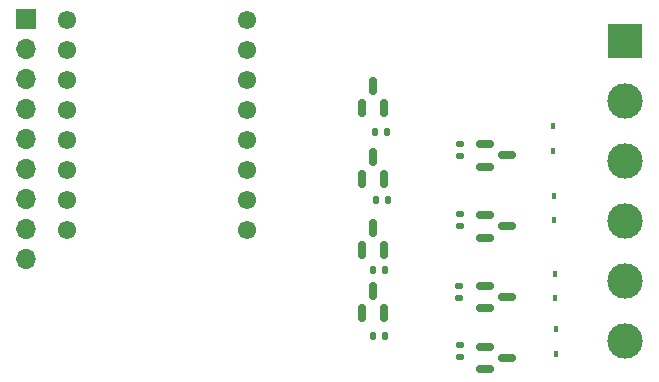
<source format=gts>
G04 #@! TF.GenerationSoftware,KiCad,Pcbnew,6.0.11+dfsg-1*
G04 #@! TF.CreationDate,2026-01-16T17:50:55+01:00*
G04 #@! TF.ProjectId,bed-remote,6265642d-7265-46d6-9f74-652e6b696361,rev?*
G04 #@! TF.SameCoordinates,Original*
G04 #@! TF.FileFunction,Soldermask,Top*
G04 #@! TF.FilePolarity,Negative*
%FSLAX46Y46*%
G04 Gerber Fmt 4.6, Leading zero omitted, Abs format (unit mm)*
G04 Created by KiCad (PCBNEW 6.0.11+dfsg-1) date 2026-01-16 17:50:55*
%MOMM*%
%LPD*%
G01*
G04 APERTURE LIST*
G04 Aperture macros list*
%AMRoundRect*
0 Rectangle with rounded corners*
0 $1 Rounding radius*
0 $2 $3 $4 $5 $6 $7 $8 $9 X,Y pos of 4 corners*
0 Add a 4 corners polygon primitive as box body*
4,1,4,$2,$3,$4,$5,$6,$7,$8,$9,$2,$3,0*
0 Add four circle primitives for the rounded corners*
1,1,$1+$1,$2,$3*
1,1,$1+$1,$4,$5*
1,1,$1+$1,$6,$7*
1,1,$1+$1,$8,$9*
0 Add four rect primitives between the rounded corners*
20,1,$1+$1,$2,$3,$4,$5,0*
20,1,$1+$1,$4,$5,$6,$7,0*
20,1,$1+$1,$6,$7,$8,$9,0*
20,1,$1+$1,$8,$9,$2,$3,0*%
G04 Aperture macros list end*
%ADD10R,1.700000X1.700000*%
%ADD11O,1.700000X1.700000*%
%ADD12RoundRect,0.135000X-0.185000X0.135000X-0.185000X-0.135000X0.185000X-0.135000X0.185000X0.135000X0*%
%ADD13R,0.450000X0.600000*%
%ADD14RoundRect,0.135000X-0.135000X-0.185000X0.135000X-0.185000X0.135000X0.185000X-0.135000X0.185000X0*%
%ADD15RoundRect,0.150000X-0.587500X-0.150000X0.587500X-0.150000X0.587500X0.150000X-0.587500X0.150000X0*%
%ADD16R,3.000000X3.000000*%
%ADD17C,3.000000*%
%ADD18RoundRect,0.150000X0.150000X-0.587500X0.150000X0.587500X-0.150000X0.587500X-0.150000X-0.587500X0*%
%ADD19C,1.552000*%
G04 APERTURE END LIST*
D10*
X39220000Y-21460000D03*
D11*
X39220000Y-24000000D03*
X39220000Y-26540000D03*
X39220000Y-29080000D03*
X39220000Y-31620000D03*
X39220000Y-34160000D03*
X39220000Y-36700000D03*
X39220000Y-39240000D03*
X39220000Y-41780000D03*
D12*
X76000000Y-49015000D03*
X76000000Y-50035000D03*
D13*
X83875000Y-32600000D03*
X83875000Y-30500000D03*
D12*
X75890000Y-44081359D03*
X75890000Y-45101359D03*
D13*
X84075000Y-49800000D03*
X84075000Y-47700000D03*
D14*
X68907398Y-36775109D03*
X69927398Y-36775109D03*
D15*
X78062500Y-49212500D03*
X78062500Y-51112500D03*
X79937500Y-50162500D03*
X78062500Y-38050000D03*
X78062500Y-39950000D03*
X79937500Y-39000000D03*
D16*
X90000000Y-23300000D03*
D17*
X90000000Y-28380000D03*
X90000000Y-33460000D03*
X90000000Y-38540000D03*
X90000000Y-43620000D03*
X90000000Y-48700000D03*
D15*
X78062500Y-44050000D03*
X78062500Y-45950000D03*
X79937500Y-45000000D03*
D14*
X68790116Y-31045109D03*
X69810116Y-31045109D03*
D18*
X67685116Y-34982609D03*
X69585116Y-34982609D03*
X68635116Y-33107609D03*
D14*
X68650116Y-42725109D03*
X69670116Y-42725109D03*
D18*
X67685116Y-46332609D03*
X69585116Y-46332609D03*
X68635116Y-44457609D03*
D19*
X57920000Y-39330000D03*
X57920000Y-36790000D03*
X57920000Y-34250000D03*
X57920000Y-31710000D03*
X57920000Y-26630000D03*
X57920000Y-29170000D03*
X42680000Y-21550000D03*
X57920000Y-21550000D03*
X42680000Y-24090000D03*
X42680000Y-26630000D03*
X42680000Y-29170000D03*
X42680000Y-31710000D03*
X42680000Y-34250000D03*
X42680000Y-36790000D03*
X42680000Y-39330000D03*
X57920000Y-24090000D03*
D18*
X67685116Y-28982609D03*
X69585116Y-28982609D03*
X68635116Y-27107609D03*
D14*
X68650116Y-48315109D03*
X69670116Y-48315109D03*
D15*
X78062500Y-32050000D03*
X78062500Y-33950000D03*
X79937500Y-33000000D03*
D18*
X67685116Y-40982609D03*
X69585116Y-40982609D03*
X68635116Y-39107609D03*
D12*
X76000000Y-37965000D03*
X76000000Y-38985000D03*
D13*
X83925000Y-38500000D03*
X83925000Y-36400000D03*
D12*
X76000000Y-32015000D03*
X76000000Y-33035000D03*
D13*
X84000000Y-45100000D03*
X84000000Y-43000000D03*
M02*

</source>
